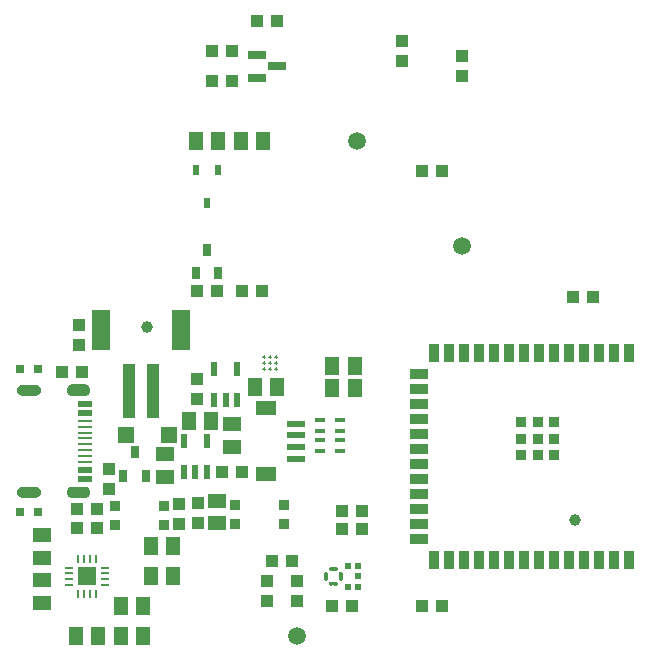
<source format=gbr>
G04*
G04 #@! TF.GenerationSoftware,Altium Limited,Altium Designer,26.1.1 (7)*
G04*
G04 Layer_Color=8421504*
%FSLAX44Y44*%
%MOMM*%
G71*
G04*
G04 #@! TF.SameCoordinates,FB23F88C-E865-406B-BE6F-A8DC1CEE19A6*
G04*
G04*
G04 #@! TF.FilePolarity,Positive*
G04*
G01*
G75*
%ADD11C,0.3000*%
%ADD12R,0.8999X1.5001*%
%ADD13R,1.5001X0.8999*%
%ADD14R,0.8999X0.8999*%
%ADD15R,0.8001X0.2799*%
%ADD16R,1.5001X1.2400*%
%ADD17R,0.5499X1.1999*%
%ADD18R,1.2400X1.5001*%
%ADD19R,1.0000X1.1001*%
%ADD20R,1.5499X0.6000*%
%ADD21R,1.1001X1.0000*%
%ADD22R,0.8999X0.4501*%
%ADD23R,0.6350X1.0160*%
%ADD24R,0.5250X0.6000*%
%ADD25R,0.2799X0.8001*%
G04:AMPARAMS|DCode=26|XSize=1.5001mm|YSize=1.5001mm|CornerRadius=0.7501mm|HoleSize=0mm|Usage=FLASHONLY|Rotation=0.000|XOffset=0mm|YOffset=0mm|HoleType=Round|Shape=RoundedRectangle|*
%AMROUNDEDRECTD26*
21,1,1.5001,0.0000,0,0,0.0*
21,1,0.0000,1.5001,0,0,0.0*
1,1,1.5001,0.0000,0.0000*
1,1,1.5001,0.0000,0.0000*
1,1,1.5001,0.0000,0.0000*
1,1,1.5001,0.0000,0.0000*
%
%ADD26ROUNDEDRECTD26*%
%ADD27R,1.0000X4.5999*%
%ADD28R,1.6000X3.4000*%
%ADD29R,0.8001X0.8001*%
%ADD30R,1.1501X0.5751*%
G04:AMPARAMS|DCode=31|XSize=0.2751mm|YSize=0.2751mm|CornerRadius=0.1375mm|HoleSize=0mm|Usage=FLASHONLY|Rotation=90.000|XOffset=0mm|YOffset=0mm|HoleType=Round|Shape=RoundedRectangle|*
%AMROUNDEDRECTD31*
21,1,0.2751,0.0000,0,0,90.0*
21,1,0.0000,0.2751,0,0,90.0*
1,1,0.2751,0.0000,0.0000*
1,1,0.2751,0.0000,0.0000*
1,1,0.2751,0.0000,0.0000*
1,1,0.2751,0.0000,0.0000*
%
%ADD31ROUNDEDRECTD31*%
%ADD32R,1.8001X1.1999*%
%ADD33R,0.6000X0.8999*%
%ADD34R,1.5499X0.6500*%
%ADD35R,1.5001X1.5001*%
%ADD36R,1.1501X0.2751*%
%ADD37R,1.4001X1.4001*%
G04:AMPARAMS|DCode=38|XSize=1mm|YSize=1mm|CornerRadius=0.5mm|HoleSize=0mm|Usage=FLASHONLY|Rotation=270.000|XOffset=0mm|YOffset=0mm|HoleType=Round|Shape=RoundedRectangle|*
%AMROUNDEDRECTD38*
21,1,1.0000,0.0000,0,0,270.0*
21,1,0.0000,1.0000,0,0,270.0*
1,1,1.0000,0.0000,0.0000*
1,1,1.0000,0.0000,0.0000*
1,1,1.0000,0.0000,0.0000*
1,1,1.0000,0.0000,0.0000*
%
%ADD38ROUNDEDRECTD38*%
G36*
X102643Y237987D02*
X104072Y236558D01*
X104845Y234690D01*
Y233680D01*
Y232720D01*
X104111Y230946D01*
X102753Y229589D01*
X100979Y228854D01*
X88899D01*
X87126Y229589D01*
X85768Y230946D01*
X85033Y232720D01*
Y233680D01*
Y234690D01*
X85807Y236558D01*
X87236Y237987D01*
X89103Y238760D01*
X100776D01*
X102643Y237987D01*
D02*
G37*
G36*
X60860Y237860D02*
X62289Y236431D01*
X63062Y234564D01*
Y233553D01*
Y232593D01*
X62328Y230819D01*
X60970Y229462D01*
X59196Y228727D01*
X47116D01*
X45343Y229462D01*
X43985Y230819D01*
X43250Y232593D01*
Y233553D01*
Y234564D01*
X44024Y236431D01*
X45453Y237860D01*
X47320Y238633D01*
X58993D01*
X60860Y237860D01*
D02*
G37*
G36*
X102770Y151500D02*
X104199Y150071D01*
X104972Y148203D01*
Y147193D01*
Y146233D01*
X104238Y144459D01*
X102880Y143102D01*
X101106Y142367D01*
X89026D01*
X87253Y143102D01*
X85895Y144459D01*
X85160Y146233D01*
Y147193D01*
Y148203D01*
X85934Y150071D01*
X87363Y151500D01*
X89230Y152273D01*
X100903D01*
X102770Y151500D01*
D02*
G37*
G36*
X60860D02*
X62289Y150071D01*
X63062Y148203D01*
Y147193D01*
Y146233D01*
X62328Y144459D01*
X60970Y143102D01*
X59196Y142367D01*
X47116D01*
X45343Y143102D01*
X43985Y144459D01*
X43250Y146233D01*
Y147193D01*
Y148203D01*
X44024Y150071D01*
X45453Y151500D01*
X47320Y152273D01*
X58993D01*
X60860Y151500D01*
D02*
G37*
G36*
X107766Y70485D02*
X96336D01*
Y81915D01*
X107766D01*
Y70485D01*
D02*
G37*
D11*
X304652Y78501D02*
G03*
X304652Y74000I6001J-2250D01*
G01*
X317052D02*
G03*
X317052Y78501I-6001J2250D01*
G01*
X308551Y70000D02*
G03*
X313052Y70000I2250J6001D01*
G01*
X313151Y82400D02*
G03*
X308652Y82400I-2249J-5998D01*
G01*
D12*
X561052Y265301D02*
D03*
X548352D02*
D03*
X535652D02*
D03*
X522952D02*
D03*
X510252D02*
D03*
X497552D02*
D03*
X484852D02*
D03*
X472152D02*
D03*
X459452D02*
D03*
X446752D02*
D03*
X434052D02*
D03*
X421352D02*
D03*
X408652D02*
D03*
X395952D02*
D03*
Y90300D02*
D03*
X408652D02*
D03*
X421352D02*
D03*
X434052D02*
D03*
X446752D02*
D03*
X459452D02*
D03*
X472152D02*
D03*
X484852D02*
D03*
X497552D02*
D03*
X510252D02*
D03*
X522952D02*
D03*
X535652D02*
D03*
X548352D02*
D03*
X561052D02*
D03*
D13*
X383450Y247650D02*
D03*
Y234950D02*
D03*
Y222250D02*
D03*
Y209550D02*
D03*
Y196850D02*
D03*
Y184150D02*
D03*
Y171450D02*
D03*
Y158750D02*
D03*
Y146050D02*
D03*
Y133350D02*
D03*
Y120650D02*
D03*
Y107950D02*
D03*
D14*
X483851Y192801D02*
D03*
X497852Y206799D02*
D03*
X483851D02*
D03*
X469851D02*
D03*
Y192801D02*
D03*
Y178801D02*
D03*
X483851D02*
D03*
X497852D02*
D03*
Y192801D02*
D03*
X167002Y135636D02*
D03*
X126001D02*
D03*
X268602Y136271D02*
D03*
X227601D02*
D03*
X167002Y119634D02*
D03*
X126001D02*
D03*
X268602Y120269D02*
D03*
X227601D02*
D03*
D15*
X87050Y83701D02*
D03*
Y78699D02*
D03*
Y73701D02*
D03*
X117052Y78699D02*
D03*
Y83701D02*
D03*
Y73701D02*
D03*
Y68699D02*
D03*
X87050D02*
D03*
D16*
X211929Y140218D02*
D03*
X225114Y186080D02*
D03*
X63951Y54000D02*
D03*
Y92100D02*
D03*
X167982Y160630D02*
D03*
X211929Y121219D02*
D03*
X225114Y205080D02*
D03*
X63951Y111100D02*
D03*
Y73000D02*
D03*
X167982Y179629D02*
D03*
D17*
X184500Y190802D02*
D03*
X193999Y164798D02*
D03*
X219653Y225758D02*
D03*
X210154Y251762D02*
D03*
X229153D02*
D03*
Y225758D02*
D03*
X210154D02*
D03*
X203499Y190802D02*
D03*
Y164798D02*
D03*
X184500D02*
D03*
D18*
X188437Y207518D02*
D03*
X309722Y254635D02*
D03*
Y235585D02*
D03*
X130652Y50800D02*
D03*
X263443Y236220D02*
D03*
X207436Y207518D02*
D03*
X328721Y254635D02*
D03*
Y235585D02*
D03*
X213151Y444500D02*
D03*
X232252D02*
D03*
X149651Y50800D02*
D03*
X175051Y76200D02*
D03*
Y101600D02*
D03*
X156052D02*
D03*
Y76200D02*
D03*
X111551Y25400D02*
D03*
X92552D02*
D03*
X149651D02*
D03*
X130652D02*
D03*
X251251Y444500D02*
D03*
X194152D02*
D03*
X244444Y236220D02*
D03*
D19*
X196031Y138039D02*
D03*
X419551Y499501D02*
D03*
X279851Y55001D02*
D03*
X180283Y137531D02*
D03*
X195269Y226451D02*
D03*
X120466Y150505D02*
D03*
X279851Y71999D02*
D03*
X254451Y55001D02*
D03*
X180283Y120533D02*
D03*
X196031Y121041D02*
D03*
X254451Y71999D02*
D03*
X368751Y529199D02*
D03*
Y512201D02*
D03*
X419551Y516499D02*
D03*
X120466Y167503D02*
D03*
X195269Y243449D02*
D03*
X95701Y272171D02*
D03*
Y289169D02*
D03*
D20*
X278932Y185499D02*
D03*
Y175499D02*
D03*
Y205501D02*
D03*
Y195501D02*
D03*
D21*
X513922Y312420D02*
D03*
X195152Y317500D02*
D03*
X402650Y419100D02*
D03*
X224850Y520700D02*
D03*
Y495300D02*
D03*
X309452Y50800D02*
D03*
X110677Y132842D02*
D03*
X80852Y248920D02*
D03*
X317707Y131445D02*
D03*
Y116205D02*
D03*
X530920Y312420D02*
D03*
X250250Y317500D02*
D03*
X245952Y546100D02*
D03*
X326450Y50800D02*
D03*
X402650D02*
D03*
X385652D02*
D03*
X334705Y131445D02*
D03*
Y116205D02*
D03*
X275650Y88900D02*
D03*
X258652D02*
D03*
X262950Y546100D02*
D03*
X207852Y495300D02*
D03*
Y520700D02*
D03*
X385652Y419100D02*
D03*
X233252Y317500D02*
D03*
X212150D02*
D03*
X97850Y248920D02*
D03*
X93679Y132842D02*
D03*
X233740Y164973D02*
D03*
X216742D02*
D03*
X110423Y117348D02*
D03*
X93425D02*
D03*
D22*
X316290Y208580D02*
D03*
Y199580D02*
D03*
X299292Y208580D02*
D03*
Y199580D02*
D03*
Y191579D02*
D03*
Y182580D02*
D03*
X316290D02*
D03*
Y191579D02*
D03*
D23*
X213151Y332900D02*
D03*
X194152D02*
D03*
X203651Y352900D02*
D03*
X133065Y161323D02*
D03*
X152064D02*
D03*
X142564Y181323D02*
D03*
D24*
X331952Y67201D02*
D03*
Y85199D02*
D03*
X323450D02*
D03*
Y67201D02*
D03*
X331952Y76200D02*
D03*
D25*
X104551Y61199D02*
D03*
X109552D02*
D03*
X99552Y91201D02*
D03*
X104551D02*
D03*
X94551D02*
D03*
X109552D02*
D03*
X99552Y61199D02*
D03*
X94551D02*
D03*
D26*
X279851Y25400D02*
D03*
X419551Y355600D02*
D03*
X330651Y444500D02*
D03*
D27*
X137771Y232875D02*
D03*
X157771D02*
D03*
D28*
X113771Y284876D02*
D03*
X181772D02*
D03*
D29*
X45656Y251460D02*
D03*
X60657D02*
D03*
X45656Y130810D02*
D03*
X60657D02*
D03*
D30*
X100672Y222499D02*
D03*
Y158501D02*
D03*
Y166500D02*
D03*
Y214501D02*
D03*
D31*
X251990Y251539D02*
D03*
X256991D02*
D03*
X261992Y256540D02*
D03*
Y251539D02*
D03*
Y261541D02*
D03*
X256991D02*
D03*
X251990D02*
D03*
X256991Y256540D02*
D03*
X251990D02*
D03*
D32*
X253451Y218501D02*
D03*
Y162499D02*
D03*
D33*
X213151Y420401D02*
D03*
X203651Y392399D02*
D03*
X194152Y420401D02*
D03*
D34*
X245952Y498399D02*
D03*
X262950Y508000D02*
D03*
X245952Y517601D02*
D03*
D35*
X102051Y76200D02*
D03*
D36*
X100672Y192999D02*
D03*
Y182999D02*
D03*
Y198001D02*
D03*
Y188001D02*
D03*
Y172999D02*
D03*
Y178001D02*
D03*
Y202999D02*
D03*
Y208001D02*
D03*
D37*
X134860Y196088D02*
D03*
X171858D02*
D03*
D38*
X515020Y124277D02*
D03*
X152851Y287020D02*
D03*
M02*

</source>
